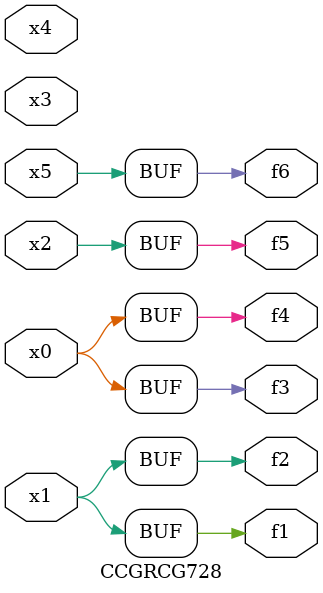
<source format=v>
module CCGRCG728(
	input x0, x1, x2, x3, x4, x5,
	output f1, f2, f3, f4, f5, f6
);
	assign f1 = x1;
	assign f2 = x1;
	assign f3 = x0;
	assign f4 = x0;
	assign f5 = x2;
	assign f6 = x5;
endmodule

</source>
